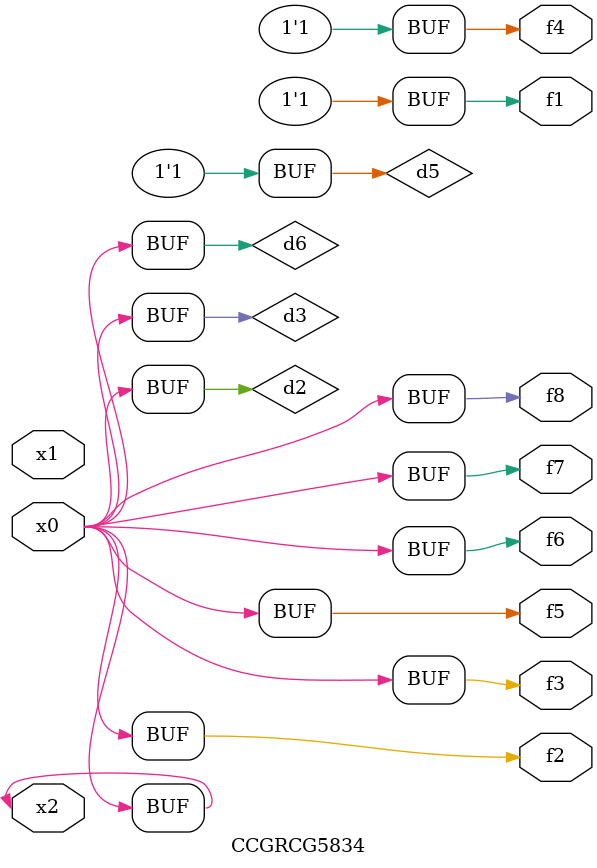
<source format=v>
module CCGRCG5834(
	input x0, x1, x2,
	output f1, f2, f3, f4, f5, f6, f7, f8
);

	wire d1, d2, d3, d4, d5, d6;

	xnor (d1, x2);
	buf (d2, x0, x2);
	and (d3, x0);
	xnor (d4, x1, x2);
	nand (d5, d1, d3);
	buf (d6, d2, d3);
	assign f1 = d5;
	assign f2 = d6;
	assign f3 = d6;
	assign f4 = d5;
	assign f5 = d6;
	assign f6 = d6;
	assign f7 = d6;
	assign f8 = d6;
endmodule

</source>
